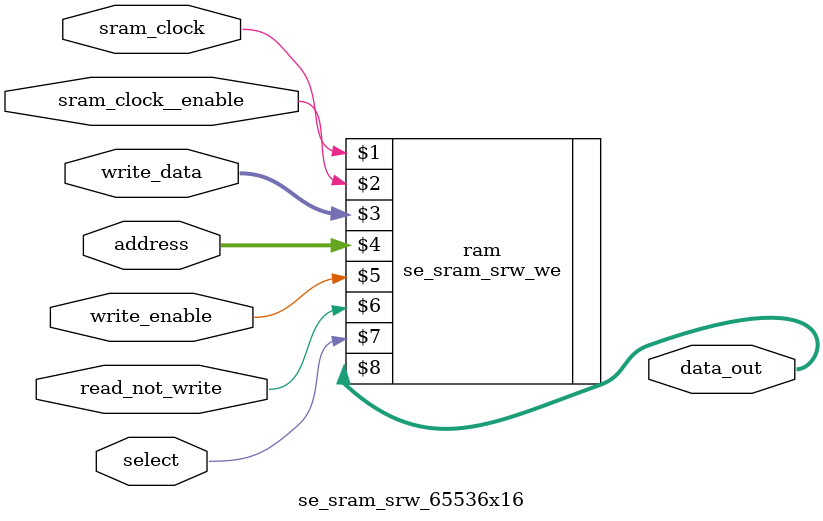
<source format=v>
module se_sram_srw_65536x16( sram_clock, sram_clock__enable, write_data, address, write_enable, read_not_write, select, data_out );
    parameter initfile="",address_width=16,data_width=16;
    input sram_clock, sram_clock__enable, select, read_not_write;
    input write_enable;
    input [address_width-1:0] address;
    input [data_width-1:0]    write_data;
    output [data_width-1:0]   data_out;
    se_sram_srw_we #(address_width,data_width,initfile) ram(sram_clock,sram_clock__enable,write_data,address, write_enable,read_not_write,select,data_out);
endmodule

</source>
